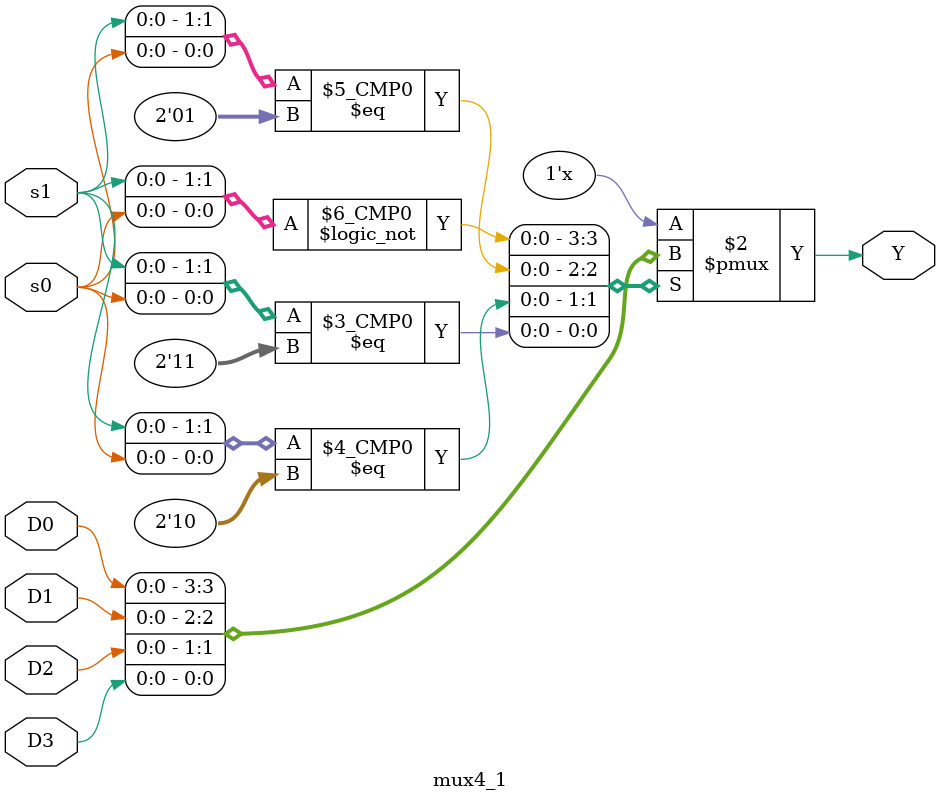
<source format=v>
module mux4_1 ( D0, D1, D2, D3, s0, s1, Y);

parameter width = 1;

input [width-1:0] D0, D1, D2, D3;
input s1, s0;
output reg [width-1:0] Y;


always @( D0 or D1 or D2 or D3 or s1, s1)
begin
	case ({s1, s0})
		2'b00 : Y <= D0;
		2'b01 : Y <= D1;
		2'b10 : Y <= D2;
		2'b11 : Y <= D3;
	endcase
end

endmodule

</source>
